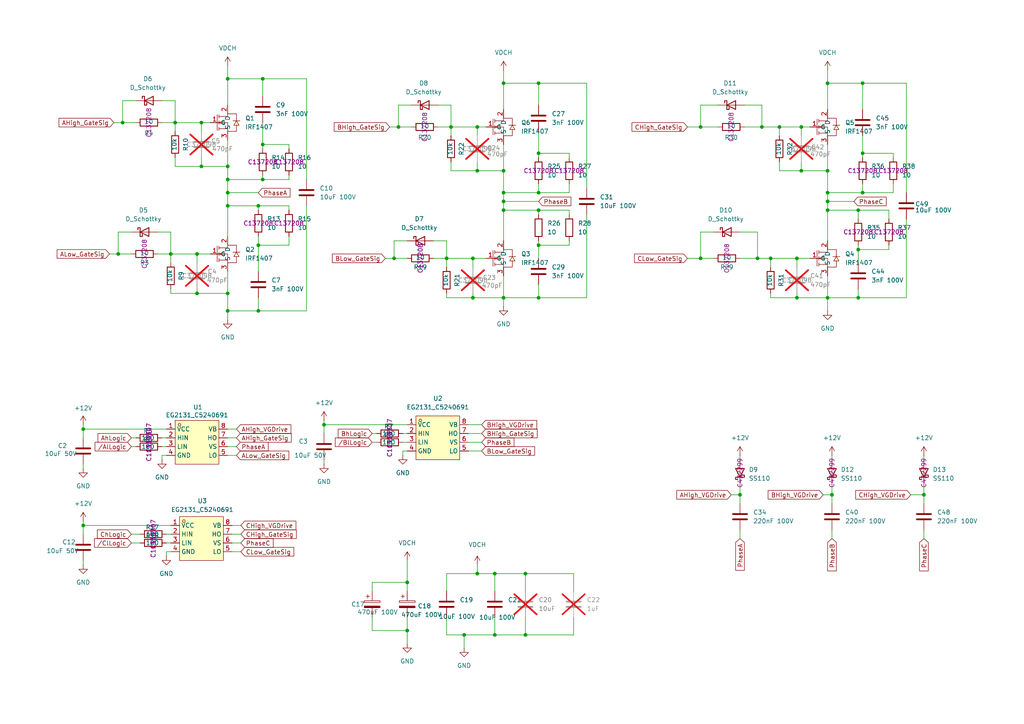
<source format=kicad_sch>
(kicad_sch (version 20250114) (generator "eeschema") (generator_version "9.0")
  (paper "A4")
  (junction (at 118.11 168.91))
  (junction (at 66.04 90.17))
  (junction (at 146.05 49.53))
  (junction (at 74.93 59.69))
  (junction (at 219.71 74.93))
  (junction (at 143.51 184.15))
  (junction (at 232.41 36.83))
  (junction (at 214.63 143.51))
  (junction (at 146.05 58.42))
  (junction (at 24.13 124.46))
  (junction (at 137.16 86.36))
  (junction (at 146.05 86.36))
  (junction (at 203.2 36.83))
  (junction (at 250.19 24.13))
  (junction (at 152.4 166.37))
  (junction (at 248.92 60.96))
  (junction (at 146.05 60.96))
  (junction (at 220.98 36.83))
  (junction (at 146.05 24.13))
  (junction (at 240.03 24.13))
  (junction (at 66.04 59.69))
  (junction (at 34.29 73.66))
  (junction (at 138.43 166.37))
  (junction (at 223.52 74.93))
  (junction (at 240.03 60.96))
  (junction (at 57.15 85.09))
  (junction (at 146.05 55.88))
  (junction (at 156.21 86.36))
  (junction (at 66.04 52.07))
  (junction (at 226.06 36.83))
  (junction (at 231.14 86.36))
  (junction (at 231.14 74.93))
  (junction (at 156.21 24.13))
  (junction (at 250.19 55.88))
  (junction (at 118.11 182.88))
  (junction (at 115.57 36.83))
  (junction (at 240.03 58.42))
  (junction (at 35.56 35.56))
  (junction (at 58.42 48.26))
  (junction (at 129.54 74.93))
  (junction (at 93.98 123.19))
  (junction (at 138.43 49.53))
  (junction (at 250.19 44.45))
  (junction (at 156.21 60.96))
  (junction (at 152.4 184.15))
  (junction (at 66.04 55.88))
  (junction (at 156.21 71.12))
  (junction (at 203.2 74.93))
  (junction (at 76.2 22.86))
  (junction (at 156.21 55.88))
  (junction (at 130.81 36.83))
  (junction (at 57.15 73.66))
  (junction (at 58.42 35.56))
  (junction (at 74.93 71.12))
  (junction (at 49.53 73.66))
  (junction (at 240.03 55.88))
  (junction (at 267.97 143.51))
  (junction (at 232.41 49.53))
  (junction (at 248.92 72.39))
  (junction (at 76.2 41.91))
  (junction (at 156.21 44.45))
  (junction (at 137.16 74.93))
  (junction (at 50.8 35.56))
  (junction (at 248.92 86.36))
  (junction (at 24.13 152.4))
  (junction (at 240.03 49.53))
  (junction (at 114.3 74.93))
  (junction (at 138.43 36.83))
  (junction (at 241.3 143.51))
  (junction (at 134.62 184.15))
  (junction (at 240.03 86.36))
  (junction (at 66.04 22.86))
  (junction (at 143.51 166.37))
  (junction (at 76.2 52.07))
  (junction (at 66.04 48.26))
  (junction (at 66.04 85.09))
  (junction (at 74.93 90.17))
  (wire (pts (xy 118.11 69.85) (xy 114.3 69.85)))
  (wire (pts (xy 45.72 73.66) (xy 49.53 73.66)))
  (wire (pts (xy 130.81 30.48) (xy 130.81 36.83)))
  (wire (pts (xy 116.84 125.73) (xy 118.11 125.73)))
  (wire (pts (xy 232.41 36.83) (xy 234.95 36.83)))
  (wire (pts (xy 116.84 128.27) (xy 118.11 128.27)))
  (wire (pts (xy 125.73 69.85) (xy 129.54 69.85)))
  (wire (pts (xy 24.13 124.46) (xy 48.26 124.46)))
  (wire (pts (xy 88.9 59.69) (xy 88.9 90.17)))
  (wire (pts (xy 114.3 69.85) (xy 114.3 74.93)))
  (wire (pts (xy 137.16 74.93) (xy 137.16 77.47)))
  (wire (pts (xy 214.63 74.93) (xy 219.71 74.93)))
  (wire (pts (xy 165.1 55.88) (xy 156.21 55.88)))
  (wire (pts (xy 39.37 29.21) (xy 35.56 29.21)))
  (wire (pts (xy 66.04 90.17) (xy 66.04 92.71)))
  (wire (pts (xy 46.99 129.54) (xy 48.26 129.54)))
  (wire (pts (xy 83.82 68.58) (xy 83.82 71.12)))
  (wire (pts (xy 50.8 45.72) (xy 50.8 48.26)))
  (wire (pts (xy 212.09 143.51) (xy 214.63 143.51)))
  (wire (pts (xy 74.93 86.36) (xy 74.93 90.17)))
  (wire (pts (xy 46.99 127) (xy 48.26 127)))
  (wire (pts (xy 49.53 73.66) (xy 57.15 73.66)))
  (wire (pts (xy 257.81 60.96) (xy 248.92 60.96)))
  (wire (pts (xy 267.97 140.97) (xy 267.97 143.51)))
  (wire (pts (xy 203.2 67.31) (xy 203.2 74.93)))
  (wire (pts (xy 223.52 85.09) (xy 223.52 86.36)))
  (wire (pts (xy 267.97 143.51) (xy 267.97 146.05)))
  (wire (pts (xy 107.95 125.73) (xy 109.22 125.73)))
  (wire (pts (xy 34.29 67.31) (xy 34.29 73.66)))
  (wire (pts (xy 129.54 74.93) (xy 129.54 77.47)))
  (wire (pts (xy 156.21 86.36) (xy 146.05 86.36)))
  (wire (pts (xy 240.03 58.42) (xy 247.65 58.42)))
  (wire (pts (xy 152.4 171.45) (xy 152.4 166.37)))
  (wire (pts (xy 219.71 74.93) (xy 223.52 74.93)))
  (wire (pts (xy 240.03 24.13) (xy 250.19 24.13)))
  (wire (pts (xy 66.04 40.64) (xy 66.04 48.26)))
  (wire (pts (xy 66.04 19.05) (xy 66.04 22.86)))
  (wire (pts (xy 66.04 55.88) (xy 74.93 55.88)))
  (wire (pts (xy 57.15 73.66) (xy 57.15 76.2)))
  (wire (pts (xy 248.92 83.82) (xy 248.92 86.36)))
  (wire (pts (xy 113.03 36.83) (xy 115.57 36.83)))
  (wire (pts (xy 66.04 132.08) (xy 68.58 132.08)))
  (wire (pts (xy 214.63 132.08) (xy 214.63 133.35)))
  (wire (pts (xy 66.04 22.86) (xy 76.2 22.86)))
  (wire (pts (xy 267.97 153.67) (xy 267.97 156.21)))
  (wire (pts (xy 76.2 52.07) (xy 66.04 52.07)))
  (wire (pts (xy 76.2 50.8) (xy 76.2 52.07)))
  (wire (pts (xy 67.31 152.4) (xy 69.85 152.4)))
  (wire (pts (xy 146.05 55.88) (xy 146.05 58.42)))
  (wire (pts (xy 146.05 24.13) (xy 156.21 24.13)))
  (wire (pts (xy 76.2 43.18) (xy 76.2 41.91)))
  (wire (pts (xy 83.82 50.8) (xy 83.82 52.07)))
  (wire (pts (xy 66.04 48.26) (xy 66.04 52.07)))
  (wire (pts (xy 152.4 166.37) (xy 166.37 166.37)))
  (wire (pts (xy 138.43 36.83) (xy 138.43 39.37)))
  (wire (pts (xy 223.52 74.93) (xy 231.14 74.93)))
  (wire (pts (xy 138.43 46.99) (xy 138.43 49.53)))
  (wire (pts (xy 93.98 121.92) (xy 93.98 123.19)))
  (wire (pts (xy 170.18 24.13) (xy 170.18 54.61)))
  (wire (pts (xy 49.53 83.82) (xy 49.53 85.09)))
  (wire (pts (xy 119.38 30.48) (xy 115.57 30.48)))
  (wire (pts (xy 125.73 74.93) (xy 129.54 74.93)))
  (wire (pts (xy 259.08 55.88) (xy 250.19 55.88)))
  (wire (pts (xy 220.98 30.48) (xy 220.98 36.83)))
  (wire (pts (xy 74.93 90.17) (xy 66.04 90.17)))
  (wire (pts (xy 57.15 85.09) (xy 66.04 85.09)))
  (wire (pts (xy 250.19 24.13) (xy 262.89 24.13)))
  (wire (pts (xy 49.53 67.31) (xy 49.53 73.66)))
  (wire (pts (xy 74.93 60.96) (xy 74.93 59.69)))
  (wire (pts (xy 240.03 55.88) (xy 250.19 55.88)))
  (wire (pts (xy 156.21 82.55) (xy 156.21 86.36)))
  (wire (pts (xy 214.63 67.31) (xy 219.71 67.31)))
  (wire (pts (xy 165.1 60.96) (xy 156.21 60.96)))
  (wire (pts (xy 146.05 58.42) (xy 146.05 60.96)))
  (wire (pts (xy 240.03 60.96) (xy 240.03 69.85)))
  (wire (pts (xy 93.98 123.19) (xy 118.11 123.19)))
  (wire (pts (xy 137.16 86.36) (xy 137.16 85.09)))
  (wire (pts (xy 129.54 69.85) (xy 129.54 74.93)))
  (wire (pts (xy 130.81 46.99) (xy 130.81 49.53)))
  (wire (pts (xy 138.43 36.83) (xy 140.97 36.83)))
  (wire (pts (xy 83.82 52.07) (xy 76.2 52.07)))
  (wire (pts (xy 24.13 123.19) (xy 24.13 124.46)))
  (wire (pts (xy 214.63 153.67) (xy 214.63 156.21)))
  (wire (pts (xy 203.2 74.93) (xy 207.01 74.93)))
  (wire (pts (xy 250.19 55.88) (xy 250.19 53.34)))
  (wire (pts (xy 240.03 41.91) (xy 240.03 49.53)))
  (wire (pts (xy 24.13 152.4) (xy 24.13 154.94)))
  (wire (pts (xy 250.19 24.13) (xy 250.19 31.75)))
  (wire (pts (xy 24.13 152.4) (xy 49.53 152.4)))
  (wire (pts (xy 262.89 63.5) (xy 262.89 86.36)))
  (wire (pts (xy 238.76 143.51) (xy 241.3 143.51)))
  (wire (pts (xy 111.76 74.93) (xy 114.3 74.93)))
  (wire (pts (xy 267.97 133.35) (xy 267.97 132.08)))
  (wire (pts (xy 143.51 179.07) (xy 143.51 184.15)))
  (wire (pts (xy 166.37 171.45) (xy 166.37 166.37)))
  (wire (pts (xy 257.81 72.39) (xy 257.81 71.12)))
  (wire (pts (xy 34.29 73.66) (xy 38.1 73.66)))
  (wire (pts (xy 199.39 74.93) (xy 203.2 74.93)))
  (wire (pts (xy 127 36.83) (xy 130.81 36.83)))
  (wire (pts (xy 58.42 35.56) (xy 60.96 35.56)))
  (wire (pts (xy 146.05 55.88) (xy 156.21 55.88)))
  (wire (pts (xy 203.2 30.48) (xy 203.2 36.83)))
  (wire (pts (xy 166.37 179.07) (xy 166.37 184.15)))
  (wire (pts (xy 49.53 73.66) (xy 49.53 76.2)))
  (wire (pts (xy 130.81 36.83) (xy 138.43 36.83)))
  (wire (pts (xy 138.43 166.37) (xy 143.51 166.37)))
  (wire (pts (xy 66.04 52.07) (xy 66.04 55.88)))
  (wire (pts (xy 135.89 128.27) (xy 139.7 128.27)))
  (wire (pts (xy 66.04 55.88) (xy 66.04 59.69)))
  (wire (pts (xy 241.3 132.08) (xy 241.3 133.35)))
  (wire (pts (xy 223.52 86.36) (xy 231.14 86.36)))
  (wire (pts (xy 88.9 22.86) (xy 88.9 52.07)))
  (wire (pts (xy 215.9 30.48) (xy 220.98 30.48)))
  (wire (pts (xy 66.04 85.09) (xy 66.04 90.17)))
  (wire (pts (xy 107.95 168.91) (xy 107.95 171.45)))
  (wire (pts (xy 83.82 59.69) (xy 74.93 59.69)))
  (wire (pts (xy 66.04 22.86) (xy 66.04 30.48)))
  (wire (pts (xy 130.81 39.37) (xy 130.81 36.83)))
  (wire (pts (xy 146.05 49.53) (xy 146.05 55.88)))
  (wire (pts (xy 248.92 86.36) (xy 262.89 86.36)))
  (wire (pts (xy 226.06 39.37) (xy 226.06 36.83)))
  (wire (pts (xy 24.13 151.13) (xy 24.13 152.4)))
  (wire (pts (xy 38.1 129.54) (xy 39.37 129.54)))
  (wire (pts (xy 219.71 67.31) (xy 219.71 74.93)))
  (wire (pts (xy 67.31 157.48) (xy 69.85 157.48)))
  (wire (pts (xy 50.8 35.56) (xy 58.42 35.56)))
  (wire (pts (xy 165.1 44.45) (xy 156.21 44.45)))
  (wire (pts (xy 129.54 86.36) (xy 137.16 86.36)))
  (wire (pts (xy 74.93 71.12) (xy 74.93 68.58)))
  (wire (pts (xy 38.1 127) (xy 39.37 127)))
  (wire (pts (xy 67.31 160.02) (xy 69.85 160.02)))
  (wire (pts (xy 240.03 20.32) (xy 240.03 24.13)))
  (wire (pts (xy 152.4 179.07) (xy 152.4 184.15)))
  (wire (pts (xy 66.04 78.74) (xy 66.04 85.09)))
  (wire (pts (xy 143.51 166.37) (xy 152.4 166.37)))
  (wire (pts (xy 138.43 49.53) (xy 146.05 49.53)))
  (wire (pts (xy 248.92 60.96) (xy 240.03 60.96)))
  (wire (pts (xy 135.89 130.81) (xy 139.7 130.81)))
  (wire (pts (xy 138.43 163.83) (xy 138.43 166.37)))
  (wire (pts (xy 76.2 35.56) (xy 76.2 41.91)))
  (wire (pts (xy 130.81 49.53) (xy 138.43 49.53)))
  (wire (pts (xy 33.02 35.56) (xy 35.56 35.56)))
  (wire (pts (xy 165.1 44.45) (xy 165.1 45.72)))
  (wire (pts (xy 66.04 129.54) (xy 68.58 129.54)))
  (wire (pts (xy 66.04 124.46) (xy 68.58 124.46)))
  (wire (pts (xy 231.14 74.93) (xy 231.14 77.47)))
  (wire (pts (xy 156.21 38.1) (xy 156.21 44.45)))
  (wire (pts (xy 118.11 182.88) (xy 118.11 186.69)))
  (wire (pts (xy 240.03 24.13) (xy 240.03 31.75)))
  (wire (pts (xy 129.54 179.07) (xy 129.54 184.15)))
  (wire (pts (xy 129.54 74.93) (xy 137.16 74.93)))
  (wire (pts (xy 170.18 62.23) (xy 170.18 86.36)))
  (wire (pts (xy 264.16 143.51) (xy 267.97 143.51)))
  (wire (pts (xy 257.81 72.39) (xy 248.92 72.39)))
  (wire (pts (xy 257.81 60.96) (xy 257.81 63.5)))
  (wire (pts (xy 231.14 86.36) (xy 240.03 86.36)))
  (wire (pts (xy 262.89 24.13) (xy 262.89 55.88)))
  (wire (pts (xy 220.98 36.83) (xy 226.06 36.83)))
  (wire (pts (xy 58.42 48.26) (xy 66.04 48.26)))
  (wire (pts (xy 45.72 67.31) (xy 49.53 67.31)))
  (wire (pts (xy 156.21 24.13) (xy 170.18 24.13)))
  (wire (pts (xy 48.26 154.94) (xy 49.53 154.94)))
  (wire (pts (xy 223.52 74.93) (xy 223.52 77.47)))
  (wire (pts (xy 135.89 125.73) (xy 139.7 125.73)))
  (wire (pts (xy 146.05 58.42) (xy 156.21 58.42)))
  (wire (pts (xy 156.21 62.23) (xy 156.21 60.96)))
  (wire (pts (xy 240.03 86.36) (xy 240.03 90.17)))
  (wire (pts (xy 115.57 36.83) (xy 119.38 36.83)))
  (wire (pts (xy 66.04 59.69) (xy 66.04 68.58)))
  (wire (pts (xy 259.08 53.34) (xy 259.08 55.88)))
  (wire (pts (xy 116.84 130.81) (xy 118.11 130.81)))
  (wire (pts (xy 38.1 154.94) (xy 40.64 154.94)))
  (wire (pts (xy 118.11 168.91) (xy 107.95 168.91)))
  (wire (pts (xy 203.2 67.31) (xy 207.01 67.31)))
  (wire (pts (xy 259.08 44.45) (xy 259.08 45.72)))
  (wire (pts (xy 250.19 39.37) (xy 250.19 44.45)))
  (wire (pts (xy 240.03 58.42) (xy 240.03 60.96)))
  (wire (pts (xy 46.99 29.21) (xy 50.8 29.21)))
  (wire (pts (xy 226.06 49.53) (xy 232.41 49.53)))
  (wire (pts (xy 58.42 35.56) (xy 58.42 38.1)))
  (wire (pts (xy 146.05 60.96) (xy 146.05 69.85)))
  (wire (pts (xy 93.98 133.35) (xy 93.98 134.62)))
  (wire (pts (xy 156.21 55.88) (xy 156.21 53.34)))
  (wire (pts (xy 48.26 160.02) (xy 49.53 160.02)))
  (wire (pts (xy 156.21 74.93) (xy 156.21 71.12)))
  (wire (pts (xy 115.57 30.48) (xy 115.57 36.83)))
  (wire (pts (xy 137.16 74.93) (xy 140.97 74.93)))
  (wire (pts (xy 226.06 46.99) (xy 226.06 49.53)))
  (wire (pts (xy 146.05 20.32) (xy 146.05 24.13)))
  (wire (pts (xy 35.56 35.56) (xy 39.37 35.56)))
  (wire (pts (xy 48.26 157.48) (xy 49.53 157.48)))
  (wire (pts (xy 129.54 171.45) (xy 129.54 166.37)))
  (wire (pts (xy 107.95 182.88) (xy 118.11 182.88)))
  (wire (pts (xy 93.98 123.19) (xy 93.98 125.73)))
  (wire (pts (xy 134.62 187.96) (xy 134.62 184.15)))
  (wire (pts (xy 203.2 36.83) (xy 208.28 36.83)))
  (wire (pts (xy 83.82 59.69) (xy 83.82 60.96)))
  (wire (pts (xy 38.1 157.48) (xy 40.64 157.48)))
  (wire (pts (xy 241.3 153.67) (xy 241.3 156.21)))
  (wire (pts (xy 165.1 71.12) (xy 165.1 69.85)))
  (wire (pts (xy 50.8 35.56) (xy 50.8 38.1)))
  (wire (pts (xy 74.93 59.69) (xy 66.04 59.69)))
  (wire (pts (xy 232.41 46.99) (xy 232.41 49.53)))
  (wire (pts (xy 231.14 86.36) (xy 231.14 85.09)))
  (wire (pts (xy 170.18 86.36) (xy 156.21 86.36)))
  (wire (pts (xy 240.03 55.88) (xy 240.03 58.42)))
  (wire (pts (xy 24.13 162.56) (xy 24.13 163.83)))
  (wire (pts (xy 57.15 85.09) (xy 57.15 83.82)))
  (wire (pts (xy 76.2 22.86) (xy 76.2 27.94)))
  (wire (pts (xy 250.19 45.72) (xy 250.19 44.45)))
  (wire (pts (xy 240.03 86.36) (xy 248.92 86.36)))
  (wire (pts (xy 83.82 41.91) (xy 76.2 41.91)))
  (wire (pts (xy 118.11 168.91) (xy 118.11 171.45)))
  (wire (pts (xy 146.05 80.01) (xy 146.05 86.36)))
  (wire (pts (xy 114.3 74.93) (xy 118.11 74.93)))
  (wire (pts (xy 118.11 162.56) (xy 118.11 168.91)))
  (wire (pts (xy 127 30.48) (xy 130.81 30.48)))
  (wire (pts (xy 146.05 24.13) (xy 146.05 31.75)))
  (wire (pts (xy 143.51 184.15) (xy 152.4 184.15)))
  (wire (pts (xy 156.21 45.72) (xy 156.21 44.45)))
  (wire (pts (xy 241.3 143.51) (xy 241.3 146.05)))
  (wire (pts (xy 129.54 184.15) (xy 134.62 184.15)))
  (wire (pts (xy 48.26 160.02) (xy 48.26 161.29)))
  (wire (pts (xy 240.03 80.01) (xy 240.03 86.36)))
  (wire (pts (xy 49.53 85.09) (xy 57.15 85.09)))
  (wire (pts (xy 107.95 179.07) (xy 107.95 182.88)))
  (wire (pts (xy 107.95 128.27) (xy 109.22 128.27)))
  (wire (pts (xy 152.4 184.15) (xy 166.37 184.15)))
  (wire (pts (xy 74.93 71.12) (xy 74.93 78.74)))
  (wire (pts (xy 129.54 166.37) (xy 138.43 166.37)))
  (wire (pts (xy 248.92 72.39) (xy 248.92 76.2)))
  (wire (pts (xy 46.99 35.56) (xy 50.8 35.56)))
  (wire (pts (xy 232.41 36.83) (xy 232.41 39.37)))
  (wire (pts (xy 116.84 130.81) (xy 116.84 132.08)))
  (wire (pts (xy 232.41 49.53) (xy 240.03 49.53)))
  (wire (pts (xy 165.1 53.34) (xy 165.1 55.88)))
  (wire (pts (xy 240.03 49.53) (xy 240.03 55.88)))
  (wire (pts (xy 38.1 67.31) (xy 34.29 67.31)))
  (wire (pts (xy 214.63 140.97) (xy 214.63 143.51)))
  (wire (pts (xy 214.63 143.51) (xy 214.63 146.05)))
  (wire (pts (xy 248.92 72.39) (xy 248.92 71.12)))
  (wire (pts (xy 76.2 22.86) (xy 88.9 22.86)))
  (wire (pts (xy 199.39 36.83) (xy 203.2 36.83)))
  (wire (pts (xy 58.42 45.72) (xy 58.42 48.26)))
  (wire (pts (xy 165.1 60.96) (xy 165.1 62.23)))
  (wire (pts (xy 134.62 184.15) (xy 143.51 184.15)))
  (wire (pts (xy 146.05 86.36) (xy 146.05 88.9)))
  (wire (pts (xy 83.82 41.91) (xy 83.82 43.18)))
  (wire (pts (xy 241.3 140.97) (xy 241.3 143.51)))
  (wire (pts (xy 156.21 60.96) (xy 146.05 60.96)))
  (wire (pts (xy 46.99 132.08) (xy 46.99 133.35)))
  (wire (pts (xy 31.75 73.66) (xy 34.29 73.66)))
  (wire (pts (xy 226.06 36.83) (xy 232.41 36.83)))
  (wire (pts (xy 88.9 90.17) (xy 74.93 90.17)))
  (wire (pts (xy 118.11 179.07) (xy 118.11 182.88)))
  (wire (pts (xy 83.82 71.12) (xy 74.93 71.12)))
  (wire (pts (xy 24.13 134.62) (xy 24.13 135.89)))
  (wire (pts (xy 50.8 29.21) (xy 50.8 35.56)))
  (wire (pts (xy 24.13 124.46) (xy 24.13 127)))
  (wire (pts (xy 208.28 30.48) (xy 203.2 30.48)))
  (wire (pts (xy 66.04 127) (xy 68.58 127)))
  (wire (pts (xy 231.14 74.93) (xy 234.95 74.93)))
  (wire (pts (xy 143.51 171.45) (xy 143.51 166.37)))
  (wire (pts (xy 259.08 44.45) (xy 250.19 44.45)))
  (wire (pts (xy 156.21 71.12) (xy 156.21 69.85)))
  (wire (pts (xy 146.05 41.91) (xy 146.05 49.53)))
  (wire (pts (xy 248.92 60.96) (xy 248.92 63.5)))
  (wire (pts (xy 156.21 71.12) (xy 165.1 71.12)))
  (wire (pts (xy 129.54 85.09) (xy 129.54 86.36)))
  (wire (pts (xy 215.9 36.83) (xy 220.98 36.83)))
  (wire (pts (xy 137.16 86.36) (xy 146.05 86.36)))
  (wire (pts (xy 156.21 24.13) (xy 156.21 30.48)))
  (wire (pts (xy 50.8 48.26) (xy 58.42 48.26)))
  (wire (pts (xy 135.89 123.19) (xy 139.7 123.19)))
  (wire (pts (xy 57.15 73.66) (xy 60.96 73.66)))
  (wire (pts (xy 46.99 132.08) (xy 48.26 132.08)))
  (wire (pts (xy 67.31 154.94) (xy 69.85 154.94)))
  (wire (pts (xy 35.56 29.21) (xy 35.56 35.56)))
  (global_label "CHigh_VGDrive" (shape input) (at 69.85 152.4 0) (property "Intersheetrefs" "${INTERSHEET_REFS}" (effects (hide yes))))
  (global_label "BHigh_VGDrive" (shape input) (at 238.76 143.51 180) (property "Intersheetrefs" "${INTERSHEET_REFS}" (effects (hide yes))))
  (global_label "{slash}BlLogic" (shape input) (at 107.95 128.27 180) (property "Intersheetrefs" "${INTERSHEET_REFS}" (effects (hide yes))))
  (global_label "BHigh_VGDrive" (shape input) (at 139.7 123.19 0) (property "Intersheetrefs" "${INTERSHEET_REFS}" (effects (hide yes))))
  (global_label "CLow_GateSig" (shape input) (at 199.39 74.93 180) (property "Intersheetrefs" "${INTERSHEET_REFS}" (effects (hide yes))))
  (global_label "CLow_GateSig" (shape input) (at 69.85 160.02 0) (property "Intersheetrefs" "${INTERSHEET_REFS}" (effects (hide yes))))
  (global_label "PhaseB" (shape input) (at 156.21 58.42 0) (property "Intersheetrefs" "${INTERSHEET_REFS}" (effects (hide yes))))
  (global_label "PhaseA" (shape input) (at 68.58 129.54 0) (property "Intersheetrefs" "${INTERSHEET_REFS}" (effects (hide yes))))
  (global_label "PhaseC" (shape input) (at 69.85 157.48 0) (property "Intersheetrefs" "${INTERSHEET_REFS}" (effects (hide yes))))
  (global_label "PhaseC" (shape input) (at 267.97 156.21 270) (property "Intersheetrefs" "${INTERSHEET_REFS}" (effects (hide yes))))
  (global_label "BLow_GateSig" (shape input) (at 139.7 130.81 0) (property "Intersheetrefs" "${INTERSHEET_REFS}" (effects (hide yes))))
  (global_label "{slash}AlLogic" (shape input) (at 38.1 129.54 180) (property "Intersheetrefs" "${INTERSHEET_REFS}" (effects (hide yes))))
  (global_label "CHigh_GateSig" (shape input) (at 199.39 36.83 180) (property "Intersheetrefs" "${INTERSHEET_REFS}" (effects (hide yes))))
  (global_label "{slash}ClLogic" (shape input) (at 38.1 157.48 180) (property "Intersheetrefs" "${INTERSHEET_REFS}" (effects (hide yes))))
  (global_label "AHigh_VGDrive" (shape input) (at 68.58 124.46 0) (property "Intersheetrefs" "${INTERSHEET_REFS}" (effects (hide yes))))
  (global_label "BLow_GateSig" (shape input) (at 111.76 74.93 180) (property "Intersheetrefs" "${INTERSHEET_REFS}" (effects (hide yes))))
  (global_label "CHigh_VGDrive" (shape input) (at 264.16 143.51 180) (property "Intersheetrefs" "${INTERSHEET_REFS}" (effects (hide yes))))
  (global_label "ALow_GateSig" (shape input) (at 31.75 73.66 180) (property "Intersheetrefs" "${INTERSHEET_REFS}" (effects (hide yes))))
  (global_label "PhaseB" (shape input) (at 241.3 156.21 270) (property "Intersheetrefs" "${INTERSHEET_REFS}" (effects (hide yes))))
  (global_label "AHigh_GateSig" (shape input) (at 33.02 35.56 180) (property "Intersheetrefs" "${INTERSHEET_REFS}" (effects (hide yes))))
  (global_label "AHigh_GateSig" (shape input) (at 68.58 127 0) (property "Intersheetrefs" "${INTERSHEET_REFS}" (effects (hide yes))))
  (global_label "BHigh_GateSig" (shape input) (at 113.03 36.83 180) (property "Intersheetrefs" "${INTERSHEET_REFS}" (effects (hide yes))))
  (global_label "AHigh_VGDrive" (shape input) (at 212.09 143.51 180) (property "Intersheetrefs" "${INTERSHEET_REFS}" (effects (hide yes))))
  (global_label "PhaseA" (shape input) (at 74.93 55.88 0) (property "Intersheetrefs" "${INTERSHEET_REFS}" (effects (hide yes))))
  (global_label "PhaseA" (shape input) (at 214.63 156.21 270) (property "Intersheetrefs" "${INTERSHEET_REFS}" (effects (hide yes))))
  (global_label "BhLogic" (shape input) (at 107.95 125.73 180) (property "Intersheetrefs" "${INTERSHEET_REFS}" (effects (hide yes))))
  (global_label "ALow_GateSig" (shape input) (at 68.58 132.08 0) (property "Intersheetrefs" "${INTERSHEET_REFS}" (effects (hide yes))))
  (global_label "AhLogic" (shape input) (at 38.1 127 180) (property "Intersheetrefs" "${INTERSHEET_REFS}" (effects (hide yes))))
  (global_label "PhaseB" (shape input) (at 139.7 128.27 0) (property "Intersheetrefs" "${INTERSHEET_REFS}" (effects (hide yes))))
  (global_label "CHigh_GateSig" (shape input) (at 69.85 154.94 0) (property "Intersheetrefs" "${INTERSHEET_REFS}" (effects (hide yes))))
  (global_label "BHigh_GateSig" (shape input) (at 139.7 125.73 0) (property "Intersheetrefs" "${INTERSHEET_REFS}" (effects (hide yes))))
  (global_label "ChLogic" (shape input) (at 38.1 154.94 180) (property "Intersheetrefs" "${INTERSHEET_REFS}" (effects (hide yes))))
  (global_label "PhaseC" (shape input) (at 247.65 58.42 0) (property "Intersheetrefs" "${INTERSHEET_REFS}" (effects (hide yes))))
  (symbol (lib_id "Device:C") (at 76.2 31.75 0) (unit 1)
    (property "Reference" "C9" (at 80.01 30.4799 0) (effects (justify left)))
    (property "Value" "3nF 100V" (at 80.01 33.0199 0) (effects (justify left)))
    (property "Footprint" "Capacitor_SMD:C_1206_3216Metric" (effects (hide yes)))
    (property "Description" "Unpolarized capacitor" (effects (hide yes)))
    (property "LCSC Part" "C7393993" (effects (hide yes)))
  )
  (symbol (lib_id "Device:R") (at 43.18 129.54 90) (unit 1)
    (property "Reference" "R6" (at 42.926 127.508 90))
    (property "Value" "100" (at 42.926 129.54 90))
    (property "Footprint" "Resistor_SMD:R_1206_3216Metric" (effects (hide yes)))
    (property "Description" "Resistor" (effects (hide yes)))
    (property "LCSC Part" "C113307" (at 43.18 129.54 0))
  )
  (symbol (lib_id "Device:R") (at 165.1 49.53 0) (unit 1)
    (property "Reference" "R27" (at 167.64 48.2599 0) (effects (justify left)))
    (property "Value" "10" (at 167.64 50.7999 0) (effects (justify left)))
    (property "Footprint" "Resistor_SMD:R_1206_3216Metric" (effects (hide yes)))
    (property "Description" "Resistor" (effects (hide yes)))
    (property "LCSC Part" "C137208" (at 165.1 49.53 0))
  )
  (symbol (lib_id "EasyEDA:IRF1407") (at 146.05 36.83 0) (unit 1)
    (property "Reference" "Q6" (at 151.13 35.5599 0) (effects (justify left)))
    (property "Value" "IRF1407" (at 151.13 38.0999 0) (effects (justify left)))
    (property "Footprint" "LibMain:TO-220-3_Horizontal_TabUp" (effects (hide yes)))
    (property "LCSC Part" "C33129604" (effects (hide yes)))
  )
  (symbol (lib_id "power:+12V") (at 267.97 132.08 0) (unit 1)
    (property "Reference" "#PWR045" (effects (hide yes)))
    (property "Value" "+12V" (at 267.97 127 0))
    (property "Description" "Power symbol creates a global label with name \"+12V\"" (effects (hide yes)))
  )
  (symbol (lib_id "Device:R") (at 259.08 49.53 0) (unit 1)
    (property "Reference" "R38" (at 261.62 48.2599 0) (effects (justify left)))
    (property "Value" "10" (at 261.62 50.7999 0) (effects (justify left)))
    (property "Footprint" "Resistor_SMD:R_1206_3216Metric" (effects (hide yes)))
    (property "Description" "Resistor" (effects (hide yes)))
    (property "LCSC Part" "C137208" (at 259.08 49.53 0))
  )
  (symbol (lib_id "Device:C") (at 231.14 81.28 0) (unit 1) (dnp yes)
    (property "Reference" "C41" (at 234.95 80.0099 0) (effects (justify left)))
    (property "Value" "470pF" (at 234.95 82.5499 0) (effects (justify left)))
    (property "Footprint" "Capacitor_SMD:C_1206_3216Metric" (effects (hide yes)))
    (property "Description" "Unpolarized capacitor" (effects (hide yes)))
    (property "LCSC Part" "C377098" (at 231.14 81.28 0))
  )
  (symbol (lib_id "Device:R") (at 83.82 64.77 0) (unit 1)
    (property "Reference" "R15" (at 86.36 63.4999 0) (effects (justify left)))
    (property "Value" "10" (at 86.36 66.0399 0) (effects (justify left)))
    (property "Footprint" "Resistor_SMD:R_1206_3216Metric" (effects (hide yes)))
    (property "Description" "Resistor" (effects (hide yes)))
    (property "LCSC Part" "C137208" (at 83.82 64.77 0))
  )
  (symbol (lib_id "EasyEDA:IRF1407") (at 240.03 74.93 0) (unit 1)
    (property "Reference" "Q4" (at 245.11 73.6599 0) (effects (justify left)))
    (property "Value" "IRF1407" (at 245.11 76.1999 0) (effects (justify left)))
    (property "Footprint" "LibMain:TO-220-3_Horizontal_TabUp" (effects (hide yes)))
    (property "LCSC Part" "C33129604" (effects (hide yes)))
  )
  (symbol (lib_id "Device:R") (at 49.53 80.01 180) (unit 1)
    (property "Reference" "R9" (at 52.578 80.01 90))
    (property "Value" "10k" (at 49.276 80.01 90))
    (property "Footprint" "Resistor_SMD:R_1206_3216Metric" (effects (hide yes)))
    (property "Description" "Resistor" (effects (hide yes)))
    (property "LCSC Part" "C17902" (effects (hide yes)))
  )
  (symbol (lib_id "Device:C") (at 88.9 55.88 0) (unit 1)
    (property "Reference" "C10" (at 92.71 54.6099 0) (effects (justify left)))
    (property "Value" "10uF 100V" (at 92.71 57.1499 0) (effects (justify left)))
    (property "Footprint" "Capacitor_SMD:C_1210_3225Metric" (effects (hide yes)))
    (property "Description" "Unpolarized capacitor" (effects (hide yes)))
    (property "LCSC Part" "C5156756" (effects (hide yes)))
  )
  (symbol (lib_id "Device:D_Schottky") (at 123.19 30.48 0) (unit 1)
    (property "Reference" "D8" (at 122.8725 24.13 0))
    (property "Value" "D_Schottky" (at 122.8725 26.67 0))
    (property "Footprint" "Diode_SMD:D_SOD-123" (effects (hide yes)))
    (property "Description" "Schottky diode" (effects (hide yes)))
    (property "LCSC Part" "C181204" (effects (hide yes)))
  )
  (symbol (lib_id "Device:C") (at 156.21 34.29 0) (unit 1)
    (property "Reference" "C27" (at 160.02 33.0199 0) (effects (justify left)))
    (property "Value" "3nF 100V" (at 160.02 35.5599 0) (effects (justify left)))
    (property "Footprint" "Capacitor_SMD:C_1206_3216Metric" (effects (hide yes)))
    (property "Description" "Unpolarized capacitor" (effects (hide yes)))
    (property "LCSC Part" "C7393993" (effects (hide yes)))
  )
  (symbol (lib_id "power:+12V") (at 241.3 132.08 0) (unit 1)
    (property "Reference" "#PWR042" (effects (hide yes)))
    (property "Value" "+12V" (at 241.3 127 0))
    (property "Description" "Power symbol creates a global label with name \"+12V\"" (effects (hide yes)))
  )
  (symbol (lib_id "power:+12V") (at 93.98 121.92 0) (unit 1)
    (property "Reference" "#PWR024" (effects (hide yes)))
    (property "Value" "+12V" (at 93.98 116.84 0))
    (property "Description" "Power symbol creates a global label with name \"+12V\"" (effects (hide yes)))
  )
  (symbol (lib_id "EasyEDA:IRF1407") (at 240.03 36.83 0) (unit 1)
    (property "Reference" "Q5" (at 245.11 35.5599 0) (effects (justify left)))
    (property "Value" "IRF1407" (at 245.11 38.0999 0) (effects (justify left)))
    (property "Footprint" "LibMain:TO-220-3_Horizontal_TabUp" (effects (hide yes)))
    (property "LCSC Part" "C33129604" (effects (hide yes)))
  )
  (symbol (lib_id "power:+12V") (at 24.13 123.19 0) (unit 1)
    (property "Reference" "#PWR022" (effects (hide yes)))
    (property "Value" "+12V" (at 24.13 118.364 0))
    (property "Description" "Power symbol creates a global label with name \"+12V\"" (effects (hide yes)))
  )
  (symbol (lib_id "Device:C") (at 143.51 175.26 0) (unit 1)
    (property "Reference" "C21" (at 147.32 173.9899 0) (effects (justify left)))
    (property "Value" "10uF 100V" (at 138.938 179.07 0) (effects (justify left)))
    (property "Footprint" "Capacitor_SMD:C_1210_3225Metric" (effects (hide yes)))
    (property "Description" "Unpolarized capacitor" (effects (hide yes)))
    (property "LCSC Part" "C5156756" (effects (hide yes)))
  )
  (symbol (lib_id "power:VAA") (at 240.03 20.32 0) (unit 1)
    (property "Reference" "#PWR043" (effects (hide yes)))
    (property "Value" "VDCH" (at 240.03 15.24 0))
    (property "Description" "Power symbol creates a global label with name \"VAA\"" (effects (hide yes)))
  )
  (symbol (lib_id "Device:R") (at 223.52 81.28 180) (unit 1)
    (property "Reference" "R31" (at 226.568 81.28 90))
    (property "Value" "10k" (at 223.266 81.28 90))
    (property "Footprint" "Resistor_SMD:R_1206_3216Metric" (effects (hide yes)))
    (property "Description" "Resistor" (effects (hide yes)))
    (property "LCSC Part" "C17902" (effects (hide yes)))
  )
  (symbol (lib_id "Device:C") (at 166.37 175.26 0) (unit 1) (in_bom no) (dnp yes)
    (property "Reference" "C22" (at 170.18 173.9899 0) (effects (justify left)))
    (property "Value" "1uF" (at 170.18 176.5299 0) (effects (justify left)))
    (property "Footprint" "Capacitor_THT:C_Rect_L18.0mm_W7.0mm_P15.00mm_FKS3_FKP3" (effects (hide yes)))
    (property "Description" "Unpolarized capacitor" (effects (hide yes)))
  )
  (symbol (lib_id "EasyEDA:IRF1407") (at 66.04 35.56 0) (unit 1)
    (property "Reference" "Q1" (at 71.12 34.2899 0) (effects (justify left)))
    (property "Value" "IRF1407" (at 71.12 36.8299 0) (effects (justify left)))
    (property "Footprint" "LibMain:TO-220-3_Horizontal_TabUp" (effects (hide yes)))
    (property "LCSC Part" "C33129604" (effects (hide yes)))
  )
  (symbol (lib_id "Device:C_Polarized") (at 107.95 175.26 0) (unit 1) (in_bom no)
    (property "Reference" "C17" (at 101.854 175.26 0) (effects (justify left)))
    (property "Value" "470uF 100V" (at 103.632 177.546 0) (effects (justify left)))
    (property "Footprint" "Capacitor_THT:CP_Radial_D16.0mm_P7.50mm" (effects (hide yes)))
    (property "Description" "Polarized capacitor" (effects (hide yes)))
  )
  (symbol (lib_id "Device:R") (at 156.21 49.53 0) (unit 1)
    (property "Reference" "R25" (at 158.75 48.2599 0) (effects (justify left)))
    (property "Value" "10" (at 158.75 50.7999 0) (effects (justify left)))
    (property "Footprint" "Resistor_SMD:R_1206_3216Metric" (effects (hide yes)))
    (property "Description" "Resistor" (effects (hide yes)))
    (property "LCSC Part" "C137208" (at 156.21 49.53 0))
  )
  (symbol (lib_id "Device:C") (at 24.13 158.75 0) (unit 1)
    (property "Reference" "C12" (at 18.034 157.226 0) (effects (justify left)))
    (property "Value" "10uF 50V" (at 13.462 159.766 0) (effects (justify left)))
    (property "Footprint" "Capacitor_SMD:C_1206_3216Metric" (effects (hide yes)))
    (property "Description" "Unpolarized capacitor" (effects (hide yes)))
    (property "LCSC Part" "C7432781" (effects (hide yes)))
  )
  (symbol (lib_id "Device:C") (at 24.13 130.81 0) (unit 1)
    (property "Reference" "C2" (at 16.764 129.286 0) (effects (justify left)))
    (property "Value" "10uF 50V" (at 12.954 131.572 0) (effects (justify left)))
    (property "Footprint" "Capacitor_SMD:C_1206_3216Metric" (effects (hide yes)))
    (property "Description" "Unpolarized capacitor" (effects (hide yes)))
    (property "LCSC Part" "C7432781" (effects (hide yes)))
  )
  (symbol (lib_id "power:GND") (at 146.05 88.9 0) (unit 1)
    (property "Reference" "#PWR039" (effects (hide yes)))
    (property "Value" "GND" (at 146.05 93.98 0))
    (property "Description" "Power symbol creates a global label with name \"GND\" , ground" (effects (hide yes)))
  )
  (symbol (lib_id "Device:C") (at 129.54 175.26 0) (unit 1)
    (property "Reference" "C19" (at 133.35 173.9899 0) (effects (justify left)))
    (property "Value" "10uF 100V" (at 127.254 178.816 0) (effects (justify left)))
    (property "Footprint" "Capacitor_SMD:C_1210_3225Metric" (effects (hide yes)))
    (property "Description" "Unpolarized capacitor" (effects (hide yes)))
    (property "LCSC Part" "C5156756" (effects (hide yes)))
  )
  (symbol (lib_id "power:GND") (at 24.13 135.89 0) (unit 1)
    (property "Reference" "#PWR023" (effects (hide yes)))
    (property "Value" "GND" (at 24.13 140.97 0))
    (property "Description" "Power symbol creates a global label with name \"GND\" , ground" (effects (hide yes)))
  )
  (symbol (lib_id "Device:C") (at 232.41 43.18 0) (unit 1) (dnp yes)
    (property "Reference" "C42" (at 235.204 42.672 0) (effects (justify left)))
    (property "Value" "470pF" (at 234.95 44.704 0) (effects (justify left)))
    (property "Footprint" "Capacitor_SMD:C_1206_3216Metric" (effects (hide yes)))
    (property "Description" "Unpolarized capacitor" (effects (hide yes)))
    (property "LCSC Part" "C377098" (at 232.41 43.18 0))
  )
  (symbol (lib_id "Device:C") (at 138.43 43.18 0) (unit 1) (dnp yes)
    (property "Reference" "C24" (at 141.224 42.926 0) (effects (justify left)))
    (property "Value" "470pF" (at 141.224 44.704 0) (effects (justify left)))
    (property "Footprint" "Capacitor_SMD:C_1206_3216Metric" (effects (hide yes)))
    (property "Description" "Unpolarized capacitor" (effects (hide yes)))
    (property "LCSC Part" "C377098" (at 138.43 43.18 0))
  )
  (symbol (lib_id "power:VAA") (at 66.04 19.05 0) (unit 1)
    (property "Reference" "#PWR028" (effects (hide yes)))
    (property "Value" "VDCH" (at 66.04 13.97 0))
    (property "Description" "Power symbol creates a global label with name \"VAA\"" (effects (hide yes)))
  )
  (symbol (lib_id "power:GND") (at 134.62 187.96 0) (unit 1)
    (property "Reference" "#PWR036" (effects (hide yes)))
    (property "Value" "GND" (at 134.62 193.04 0))
    (property "Description" "Power symbol creates a global label with name \"GND\" , ground" (effects (hide yes)))
  )
  (symbol (lib_id "Device:R") (at 212.09 36.83 90) (unit 1)
    (property "Reference" "R30" (at 212.09 39.878 90))
    (property "Value" "10" (at 212.09 36.576 90))
    (property "Footprint" "Resistor_SMD:R_1206_3216Metric" (effects (hide yes)))
    (property "Description" "Resistor" (effects (hide yes)))
    (property "LCSC Part" "C137208" (at 212.09 36.83 0))
  )
  (symbol (lib_id "Device:R") (at 226.06 43.18 180) (unit 1)
    (property "Reference" "R32" (at 229.108 43.18 90))
    (property "Value" "10k" (at 225.806 43.18 90))
    (property "Footprint" "Resistor_SMD:R_1206_3216Metric" (effects (hide yes)))
    (property "Description" "Resistor" (effects (hide yes)))
    (property "LCSC Part" "C17902" (effects (hide yes)))
  )
  (symbol (lib_id "EasyEDA:EG2131_C5240691") (at 127 127 0) (unit 1)
    (property "Reference" "U2" (at 127 115.57 0))
    (property "Value" "EG2131_C5240691" (at 127 118.11 0))
    (property "Footprint" "EasyEDA:SOP-8_L4.9-W3.9-P1.27-LS6.0-BL" (effects (hide yes)))
    (property "LCSC Part" "C5240691" (effects (hide yes)))
  )
  (symbol (lib_id "Device:C") (at 152.4 175.26 0) (unit 1) (in_bom no) (dnp yes)
    (property "Reference" "C20" (at 156.21 173.9899 0) (effects (justify left)))
    (property "Value" "10uF" (at 156.21 176.5299 0) (effects (justify left)))
    (property "Footprint" "Capacitor_THT:C_Rect_L18.0mm_W7.0mm_P15.00mm_FKS3_FKP3" (effects (hide yes)))
    (property "Description" "Unpolarized capacitor" (effects (hide yes)))
  )
  (symbol (lib_id "Device:D_Schottky") (at 43.18 29.21 0) (unit 1)
    (property "Reference" "D6" (at 42.8625 22.86 0))
    (property "Value" "D_Schottky" (at 42.8625 25.4 0))
    (property "Footprint" "Diode_SMD:D_SOD-123" (effects (hide yes)))
    (property "Description" "Schottky diode" (effects (hide yes)))
    (property "LCSC Part" "C181204" (effects (hide yes)))
  )
  (symbol (lib_id "Device:D_Schottky") (at 241.3 137.16 90) (unit 1)
    (property "Reference" "D12" (at 243.84 136.2074 90) (effects (justify right)))
    (property "Value" "SS110" (at 243.84 138.7474 90) (effects (justify right)))
    (property "Footprint" "Diode_SMD:D_SMA" (effects (hide yes)))
    (property "Description" "Schottky diode" (effects (hide yes)))
    (property "LCSC Part" "C432299" (at 241.3 137.16 0))
  )
  (symbol (lib_id "Device:R") (at 156.21 66.04 0) (unit 1)
    (property "Reference" "R26" (at 158.75 64.7699 0) (effects (justify left)))
    (property "Value" "10" (at 158.75 67.3099 0) (effects (justify left)))
    (property "Footprint" "Resistor_SMD:R_1206_3216Metric" (effects (hide yes)))
    (property "Description" "Resistor" (effects (hide yes)))
    (property "LCSC Part" "C137208" (effects (hide yes)))
  )
  (symbol (lib_id "power:GND") (at 118.11 186.69 0) (unit 1)
    (property "Reference" "#PWR035" (effects (hide yes)))
    (property "Value" "GND" (at 118.11 191.77 0))
    (property "Description" "Power symbol creates a global label with name \"GND\" , ground" (effects (hide yes)))
  )
  (symbol (lib_id "Device:C") (at 250.19 35.56 0) (unit 1)
    (property "Reference" "C45" (at 254 34.2899 0) (effects (justify left)))
    (property "Value" "3nF 100V" (at 254 36.8299 0) (effects (justify left)))
    (property "Footprint" "Capacitor_SMD:C_1206_3216Metric" (effects (hide yes)))
    (property "Description" "Unpolarized capacitor" (effects (hide yes)))
    (property "LCSC Part" "C7393993" (effects (hide yes)))
  )
  (symbol (lib_id "power:VAA") (at 118.11 162.56 0) (unit 1)
    (property "Reference" "#PWR034" (effects (hide yes)))
    (property "Value" "VDCH" (at 118.11 157.48 0))
    (property "Description" "Power symbol creates a global label with name \"VAA\"" (effects (hide yes)))
  )
  (symbol (lib_id "power:GND") (at 93.98 134.62 0) (unit 1)
    (property "Reference" "#PWR025" (effects (hide yes)))
    (property "Value" "GND" (at 93.98 139.7 0))
    (property "Description" "Power symbol creates a global label with name \"GND\" , ground" (effects (hide yes)))
  )
  (symbol (lib_id "power:+12V") (at 214.63 132.08 0) (unit 1)
    (property "Reference" "#PWR040" (effects (hide yes)))
    (property "Value" "+12V" (at 214.63 127 0))
    (property "Description" "Power symbol creates a global label with name \"+12V\"" (effects (hide yes)))
  )
  (symbol (lib_id "power:GND") (at 46.99 133.35 0) (unit 1)
    (property "Reference" "#PWR026" (effects (hide yes)))
    (property "Value" "GND" (at 46.99 138.43 0))
    (property "Description" "Power symbol creates a global label with name \"GND\" , ground" (effects (hide yes)))
  )
  (symbol (lib_id "power:GND") (at 24.13 163.83 0) (unit 1)
    (property "Reference" "#PWR031" (effects (hide yes)))
    (property "Value" "GND" (at 24.13 168.91 0))
    (property "Description" "Power symbol creates a global label with name \"GND\" , ground" (effects (hide yes)))
  )
  (symbol (lib_id "EasyEDA:IRF1407") (at 66.04 73.66 0) (unit 1)
    (property "Reference" "Q2" (at 71.12 72.3899 0) (effects (justify left)))
    (property "Value" "IRF1407" (at 71.12 74.9299 0) (effects (justify left)))
    (property "Footprint" "LibMain:TO-220-3_Horizontal_TabUp" (effects (hide yes)))
    (property "LCSC Part" "C33129604" (effects (hide yes)))
  )
  (symbol (lib_id "Device:R") (at 250.19 49.53 0) (unit 1)
    (property "Reference" "R36" (at 252.73 48.2599 0) (effects (justify left)))
    (property "Value" "10" (at 252.73 50.7999 0) (effects (justify left)))
    (property "Footprint" "Resistor_SMD:R_1206_3216Metric" (effects (hide yes)))
    (property "Description" "Resistor" (effects (hide yes)))
    (property "LCSC Part" "C137208" (at 250.19 49.53 0))
  )
  (symbol (lib_id "Device:D_Schottky") (at 267.97 137.16 90) (unit 1)
    (property "Reference" "D13" (at 270.51 136.2074 90) (effects (justify right)))
    (property "Value" "SS110" (at 270.51 138.7474 90) (effects (justify right)))
    (property "Footprint" "Diode_SMD:D_SMA" (effects (hide yes)))
    (property "Description" "Schottky diode" (effects (hide yes)))
    (property "LCSC Part" "C432299" (at 267.97 137.16 0))
  )
  (symbol (lib_id "Device:D_Schottky") (at 210.82 67.31 0) (unit 1)
    (property "Reference" "D10" (at 210.5025 60.96 0))
    (property "Value" "D_Schottky" (at 210.5025 63.5 0))
    (property "Footprint" "Diode_SMD:D_SOD-123" (effects (hide yes)))
    (property "Description" "Schottky diode" (effects (hide yes)))
    (property "LCSC Part" "C181204" (effects (hide yes)))
  )
  (symbol (lib_id "Device:R") (at 41.91 73.66 90) (unit 1)
    (property "Reference" "R3" (at 41.91 76.2 90))
    (property "Value" "10" (at 41.91 73.406 90))
    (property "Footprint" "Resistor_SMD:R_1206_3216Metric" (effects (hide yes)))
    (property "Description" "Resistor" (effects (hide yes)))
    (property "LCSC Part" "C137208" (at 41.91 73.66 0))
  )
  (symbol (lib_id "Device:C") (at 267.97 149.86 0) (unit 1)
    (property "Reference" "C48" (at 271.78 148.5899 0) (effects (justify left)))
    (property "Value" "220nF 100V" (at 271.78 151.1299 0) (effects (justify left)))
    (property "Footprint" "Capacitor_SMD:C_1206_3216Metric" (effects (hide yes)))
    (property "Description" "Unpolarized capacitor" (effects (hide yes)))
    (property "LCSC Part" "C377088" (effects (hide yes)))
  )
  (symbol (lib_id "Device:C") (at 156.21 78.74 0) (unit 1)
    (property "Reference" "C29" (at 160.02 77.4699 0) (effects (justify left)))
    (property "Value" "3nF 100V" (at 160.02 80.0099 0) (effects (justify left)))
    (property "Footprint" "Capacitor_SMD:C_1206_3216Metric" (effects (hide yes)))
    (property "Description" "Unpolarized capacitor" (effects (hide yes)))
    (property "LCSC Part" "C7393993" (effects (hide yes)))
  )
  (symbol (lib_id "Device:R") (at 43.18 35.56 90) (unit 1)
    (property "Reference" "R4" (at 43.18 38.608 90))
    (property "Value" "10" (at 43.18 35.306 90))
    (property "Footprint" "Resistor_SMD:R_1206_3216Metric" (effects (hide yes)))
    (property "Description" "Resistor" (effects (hide yes)))
    (property "LCSC Part" "C137208" (at 43.18 35.56 0))
  )
  (symbol (lib_id "power:GND") (at 48.26 161.29 0) (unit 1)
    (property "Reference" "#PWR033" (effects (hide yes)))
    (property "Value" "GND" (at 48.26 166.37 0))
    (property "Description" "Power symbol creates a global label with name \"GND\" , ground" (effects (hide yes)))
  )
  (symbol (lib_id "Device:R") (at 50.8 41.91 180) (unit 1)
    (property "Reference" "R10" (at 53.848 41.91 90))
    (property "Value" "10k" (at 50.546 41.91 90))
    (property "Footprint" "Resistor_SMD:R_1206_3216Metric" (effects (hide yes)))
    (property "Description" "Resistor" (effects (hide yes)))
    (property "LCSC Part" "C17902" (effects (hide yes)))
  )
  (symbol (lib_id "Device:R") (at 76.2 46.99 0) (unit 1)
    (property "Reference" "R14" (at 78.74 45.7199 0) (effects (justify left)))
    (property "Value" "10" (at 78.74 48.2599 0) (effects (justify left)))
    (property "Footprint" "Resistor_SMD:R_1206_3216Metric" (effects (hide yes)))
    (property "Description" "Resistor" (effects (hide yes)))
    (property "LCSC Part" "C137208" (at 76.2 46.99 0))
  )
  (symbol (lib_id "EasyEDA:EG2131_C5240691") (at 57.15 128.27 0) (unit 1)
    (property "Reference" "U1" (at 57.404 118.11 0))
    (property "Value" "EG2131_C5240691" (at 57.15 120.396 0))
    (property "Footprint" "EasyEDA:SOP-8_L4.9-W3.9-P1.27-LS6.0-BL" (effects (hide yes)))
    (property "LCSC Part" "C5240691" (effects (hide yes)))
  )
  (symbol (lib_id "power:VAA") (at 138.43 163.83 0) (unit 1)
    (property "Reference" "#PWR037" (effects (hide yes)))
    (property "Value" "VDCH" (at 138.43 157.988 0))
    (property "Description" "Power symbol creates a global label with name \"VAA\"" (effects (hide yes)))
  )
  (symbol (lib_id "Device:R") (at 129.54 81.28 180) (unit 1)
    (property "Reference" "R21" (at 132.588 81.28 90))
    (property "Value" "10k" (at 129.286 81.28 90))
    (property "Footprint" "Resistor_SMD:R_1206_3216Metric" (effects (hide yes)))
    (property "Description" "Resistor" (effects (hide yes)))
    (property "LCSC Part" "C17902" (effects (hide yes)))
  )
  (symbol (lib_id "Device:C") (at 170.18 58.42 0) (unit 1)
    (property "Reference" "C31" (at 173.99 57.1499 0) (effects (justify left)))
    (property "Value" "10uF 100V" (at 173.99 59.6899 0) (effects (justify left)))
    (property "Footprint" "Capacitor_SMD:C_1210_3225Metric" (effects (hide yes)))
    (property "Description" "Unpolarized capacitor" (effects (hide yes)))
    (property "LCSC Part" "C5156756" (effects (hide yes)))
  )
  (symbol (lib_id "power:GND") (at 66.04 92.71 0) (unit 1)
    (property "Reference" "#PWR029" (effects (hide yes)))
    (property "Value" "GND" (at 66.04 97.79 0))
    (property "Description" "Power symbol creates a global label with name \"GND\" , ground" (effects (hide yes)))
  )
  (symbol (lib_id "Device:R") (at 74.93 64.77 0) (unit 1)
    (property "Reference" "R13" (at 77.47 63.4999 0) (effects (justify left)))
    (property "Value" "10" (at 77.47 66.0399 0) (effects (justify left)))
    (property "Footprint" "Resistor_SMD:R_1206_3216Metric" (effects (hide yes)))
    (property "Description" "Resistor" (effects (hide yes)))
    (property "LCSC Part" "C137208" (at 74.93 64.77 0))
  )
  (symbol (lib_id "Device:R") (at 257.81 67.31 0) (unit 1)
    (property "Reference" "R37" (at 260.35 66.0399 0) (effects (justify left)))
    (property "Value" "10" (at 260.35 68.5799 0) (effects (justify left)))
    (property "Footprint" "Resistor_SMD:R_1206_3216Metric" (effects (hide yes)))
    (property "Description" "Resistor" (effects (hide yes)))
    (property "LCSC Part" "C137208" (at 257.81 67.31 0))
  )
  (symbol (lib_id "Device:C") (at 137.16 81.28 0) (unit 1) (dnp yes)
    (property "Reference" "C23" (at 139.954 80.518 0) (effects (justify left)))
    (property "Value" "470pF" (at 139.7 82.804 0) (effects (justify left)))
    (property "Footprint" "Capacitor_SMD:C_1206_3216Metric" (effects (hide yes)))
    (property "Description" "Unpolarized capacitor" (effects (hide yes)))
    (property "LCSC Part" "C377098" (at 137.16 81.28 0))
  )
  (symbol (lib_id "Device:C") (at 74.93 82.55 0) (unit 1)
    (property "Reference" "C7" (at 78.74 81.2799 0) (effects (justify left)))
    (property "Value" "3nF 100V" (at 78.74 83.8199 0) (effects (justify left)))
    (property "Footprint" "Capacitor_SMD:C_1206_3216Metric" (effects (hide yes)))
    (property "Description" "Unpolarized capacitor" (effects (hide yes)))
    (property "LCSC Part" "C7393993" (effects (hide yes)))
  )
  (symbol (lib_id "Device:R") (at 113.03 125.73 90) (unit 1)
    (property "Reference" "R7" (at 112.776 123.698 90))
    (property "Value" "100" (at 112.776 125.73 90))
    (property "Footprint" "Resistor_SMD:R_1206_3216Metric" (effects (hide yes)))
    (property "Description" "Resistor" (effects (hide yes)))
    (property "LCSC Part" "C113307" (at 113.03 125.73 0))
  )
  (symbol (lib_id "EasyEDA:EG2131_C5240691") (at 58.42 156.21 0) (unit 1)
    (property "Reference" "U3" (at 58.674 145.288 0))
    (property "Value" "EG2131_C5240691" (at 58.674 147.828 0))
    (property "Footprint" "EasyEDA:SOP-8_L4.9-W3.9-P1.27-LS6.0-BL" (effects (hide yes)))
    (property "LCSC Part" "C5240691" (effects (hide yes)))
  )
  (symbol (lib_id "Device:C") (at 241.3 149.86 0) (unit 1)
    (property "Reference" "C40" (at 245.11 148.5899 0) (effects (justify left)))
    (property "Value" "220nF 100V" (at 245.11 151.1299 0) (effects (justify left)))
    (property "Footprint" "Capacitor_SMD:C_1206_3216Metric" (effects (hide yes)))
    (property "Description" "Unpolarized capacitor" (effects (hide yes)))
    (property "LCSC Part" "C377088" (effects (hide yes)))
  )
  (symbol (lib_id "Device:D_Schottky") (at 121.92 69.85 0) (unit 1)
    (property "Reference" "D7" (at 121.6025 63.5 0))
    (property "Value" "D_Schottky" (at 121.6025 66.04 0))
    (property "Footprint" "Diode_SMD:D_SOD-123" (effects (hide yes)))
    (property "Description" "Schottky diode" (effects (hide yes)))
    (property "LCSC Part" "C181204" (effects (hide yes)))
  )
  (symbol (lib_id "Device:R") (at 248.92 67.31 0) (unit 1)
    (property "Reference" "R35" (at 251.46 66.0399 0) (effects (justify left)))
    (property "Value" "10" (at 251.46 68.5799 0) (effects (justify left)))
    (property "Footprint" "Resistor_SMD:R_1206_3216Metric" (effects (hide yes)))
    (property "Description" "Resistor" (effects (hide yes)))
    (property "LCSC Part" "C137208" (at 248.92 67.31 0))
  )
  (symbol (lib_id "Device:C") (at 58.42 41.91 0) (unit 1) (dnp yes)
    (property "Reference" "C5" (at 61.214 40.894 0) (effects (justify left)))
    (property "Value" "470pF" (at 61.468 43.18 0) (effects (justify left)))
    (property "Footprint" "Capacitor_SMD:C_1206_3216Metric" (effects (hide yes)))
    (property "Description" "Unpolarized capacitor" (effects (hide yes)))
    (property "LCSC Part" "C377098" (at 58.42 41.91 0))
  )
  (symbol (lib_id "Device:C") (at 248.92 80.01 0) (unit 1)
    (property "Reference" "C44" (at 252.73 78.7399 0) (effects (justify left)))
    (property "Value" "3nF 100V" (at 252.73 81.2799 0) (effects (justify left)))
    (property "Footprint" "Capacitor_SMD:C_1206_3216Metric" (effects (hide yes)))
    (property "Description" "Unpolarized capacitor" (effects (hide yes)))
    (property "LCSC Part" "C7393993" (effects (hide yes)))
  )
  (symbol (lib_id "Device:R") (at 165.1 66.04 0) (unit 1)
    (property "Reference" "R28" (at 167.64 64.7699 0) (effects (justify left)))
    (property "Value" "10" (at 167.64 67.3099 0) (effects (justify left)))
    (property "Footprint" "Resistor_SMD:R_1206_3216Metric" (effects (hide yes)))
    (property "Description" "Resistor" (effects (hide yes)))
    (property "LCSC Part" "C137208" (effects (hide yes)))
  )
  (symbol (lib_id "power:GND") (at 240.03 90.17 0) (unit 1)
    (property "Reference" "#PWR044" (effects (hide yes)))
    (property "Value" "GND" (at 240.03 95.25 0))
    (property "Description" "Power symbol creates a global label with name \"GND\" , ground" (effects (hide yes)))
  )
  (symbol (lib_id "Device:D_Schottky") (at 214.63 137.16 90) (unit 1)
    (property "Reference" "D9" (at 217.17 136.2074 90) (effects (justify right)))
    (property "Value" "SS110" (at 217.17 138.7474 90) (effects (justify right)))
    (property "Footprint" "Diode_SMD:D_SMA" (effects (hide yes)))
    (property "Description" "Schottky diode" (effects (hide yes)))
    (property "LCSC Part" "C432299" (at 214.63 137.16 0))
  )
  (symbol (lib_id "Device:R") (at 123.19 36.83 90) (unit 1)
    (property "Reference" "R20" (at 123.19 39.878 90))
    (property "Value" "10" (at 123.19 36.576 90))
    (property "Footprint" "Resistor_SMD:R_1206_3216Metric" (effects (hide yes)))
    (property "Description" "Resistor" (effects (hide yes)))
    (property "LCSC Part" "C137208" (at 123.19 36.83 0))
  )
  (symbol (lib_id "Device:C") (at 262.89 59.69 0) (unit 1)
    (property "Reference" "C49" (at 265.43 59.182 0) (effects (justify left)))
    (property "Value" "10uF 100V" (at 265.43 60.9599 0) (effects (justify left)))
    (property "Footprint" "Capacitor_SMD:C_1210_3225Metric" (effects (hide yes)))
    (property "Description" "Unpolarized capacitor" (effects (hide yes)))
    (property "LCSC Part" "C5156756" (effects (hide yes)))
  )
  (symbol (lib_id "Device:C_Polarized") (at 118.11 175.26 0) (unit 1) (in_bom no)
    (property "Reference" "C18" (at 121.158 175.768 0) (effects (justify left)))
    (property "Value" "470uF 100V" (at 116.332 178.308 0) (effects (justify left)))
    (property "Footprint" "Capacitor_THT:CP_Radial_D16.0mm_P7.50mm" (effects (hide yes)))
    (property "Description" "Polarized capacitor" (effects (hide yes)))
  )
  (symbol (lib_id "Device:R") (at 44.45 154.94 90) (unit 1)
    (property "Reference" "R17" (at 44.196 152.908 90))
    (property "Value" "100" (at 44.196 154.94 90))
    (property "Footprint" "Resistor_SMD:R_1206_3216Metric" (effects (hide yes)))
    (property "Description" "Resistor" (effects (hide yes)))
    (property "LCSC Part" "C113307" (at 44.45 154.94 0))
  )
  (symbol (lib_id "Device:D_Schottky") (at 212.09 30.48 0) (unit 1)
    (property "Reference" "D11" (at 211.7725 24.13 0))
    (property "Value" "D_Schottky" (at 211.7725 26.67 0))
    (property "Footprint" "Diode_SMD:D_SOD-123" (effects (hide yes)))
    (property "Description" "Schottky diode" (effects (hide yes)))
    (property "LCSC Part" "C181204" (effects (hide yes)))
  )
  (symbol (lib_id "Device:R") (at 44.45 157.48 90) (unit 1)
    (property "Reference" "R18" (at 44.196 155.448 90))
    (property "Value" "100" (at 44.196 157.48 90))
    (property "Footprint" "Resistor_SMD:R_1206_3216Metric" (effects (hide yes)))
    (property "Description" "Resistor" (effects (hide yes)))
    (property "LCSC Part" "C113307" (at 44.45 157.48 0))
  )
  (symbol (lib_id "power:+12V") (at 24.13 151.13 0) (unit 1)
    (property "Reference" "#PWR030" (effects (hide yes)))
    (property "Value" "+12V" (at 24.13 146.05 0))
    (property "Description" "Power symbol creates a global label with name \"+12V\"" (effects (hide yes)))
  )
  (symbol (lib_id "power:GND") (at 116.84 132.08 0) (unit 1)
    (property "Reference" "#PWR027" (effects (hide yes)))
    (property "Value" "GND" (at 116.84 137.16 0))
    (property "Description" "Power symbol creates a global label with name \"GND\" , ground" (effects (hide yes)))
  )
  (symbol (lib_id "EasyEDA:IRF1407") (at 146.05 74.93 0) (unit 1)
    (property "Reference" "Q3" (at 151.13 73.6599 0) (effects (justify left)))
    (property "Value" "IRF1407" (at 151.13 76.1999 0) (effects (justify left)))
    (property "Footprint" "LibMain:TO-220-3_Horizontal_TabUp" (effects (hide yes)))
    (property "LCSC Part" "C33129604" (effects (hide yes)))
  )
  (symbol (lib_id "Device:R") (at 113.03 128.27 90) (unit 1)
    (property "Reference" "R8" (at 112.776 126.238 90))
    (property "Value" "100" (at 112.776 128.27 90))
    (property "Footprint" "Resistor_SMD:R_1206_3216Metric" (effects (hide yes)))
    (property "Description" "Resistor" (effects (hide yes)))
    (property "LCSC Part" "C113307" (at 113.03 128.27 0))
  )
  (symbol (lib_id "power:VAA") (at 146.05 20.32 0) (unit 1)
    (property "Reference" "#PWR038" (effects (hide yes)))
    (property "Value" "VDCH" (at 146.05 15.24 0))
    (property "Description" "Power symbol creates a global label with name \"VAA\"" (effects (hide yes)))
  )
  (symbol (lib_id "Device:C") (at 214.63 149.86 0) (unit 1)
    (property "Reference" "C34" (at 218.44 148.5899 0) (effects (justify left)))
    (property "Value" "220nF 100V" (at 218.44 151.1299 0) (effects (justify left)))
    (property "Footprint" "Capacitor_SMD:C_1206_3216Metric" (effects (hide yes)))
    (property "Description" "Unpolarized capacitor" (effects (hide yes)))
    (property "LCSC Part" "C377088" (effects (hide yes)))
  )
  (symbol (lib_id "Device:R") (at 121.92 74.93 90) (unit 1)
    (property "Reference" "R19" (at 121.92 77.47 90))
    (property "Value" "10" (at 121.92 74.676 90))
    (property "Footprint" "Resistor_SMD:R_1206_3216Metric" (effects (hide yes)))
    (property "Description" "Resistor" (effects (hide yes)))
    (property "LCSC Part" "C137208" (at 121.92 74.93 0))
  )
  (symbol (lib_id "Device:C") (at 93.98 129.54 0) (unit 1)
    (property "Reference" "C3" (at 86.614 128.016 0) (effects (justify left)))
    (property "Value" "10uF 50V" (at 85.344 132.08 0) (effects (justify left)))
    (property "Footprint" "Capacitor_SMD:C_1206_3216Metric" (effects (hide yes)))
    (property "Description" "Unpolarized capacitor" (effects (hide yes)))
    (property "LCSC Part" "C7432781" (effects (hide yes)))
  )
  (symbol (lib_id "Device:R") (at 130.81 43.18 180) (unit 1)
    (property "Reference" "R22" (at 133.858 43.18 90))
    (property "Value" "10k" (at 130.556 43.18 90))
    (property "Footprint" "Resistor_SMD:R_1206_3216Metric" (effects (hide yes)))
    (property "Description" "Resistor" (effects (hide yes)))
    (property "LCSC Part" "C17902" (effects (hide yes)))
  )
  (symbol (lib_id "Device:R") (at 43.18 127 90) (unit 1)
    (property "Reference" "R5" (at 42.926 124.968 90))
    (property "Value" "100" (at 42.926 127 90))
    (property "Footprint" "Resistor_SMD:R_1206_3216Metric" (effects (hide yes)))
    (property "Description" "Resistor" (effects (hide yes)))
    (property "LCSC Part" "C113307" (at 43.18 127 0))
  )
  (symbol (lib_id "Device:D_Schottky") (at 41.91 67.31 0) (unit 1)
    (property "Reference" "D5" (at 41.5925 60.96 0))
    (property "Value" "D_Schottky" (at 41.5925 63.5 0))
    (property "Footprint" "Diode_SMD:D_SOD-123" (effects (hide yes)))
    (property "Description" "Schottky diode" (effects (hide yes)))
    (property "LCSC Part" "C181204" (effects (hide yes)))
  )
  (symbol (lib_id "Device:R") (at 210.82 74.93 90) (unit 1)
    (property "Reference" "R29" (at 210.82 77.47 90))
    (property "Value" "10" (at 210.82 74.676 90))
    (property "Footprint" "Resistor_SMD:R_1206_3216Metric" (effects (hide yes)))
    (property "Description" "Resistor" (effects (hide yes)))
    (property "LCSC Part" "C137208" (at 210.82 74.93 0))
  )
  (symbol (lib_id "Device:R") (at 83.82 46.99 0) (unit 1)
    (property "Reference" "R16" (at 86.36 45.7199 0) (effects (justify left)))
    (property "Value" "10" (at 86.36 48.2599 0) (effects (justify left)))
    (property "Footprint" "Resistor_SMD:R_1206_3216Metric" (effects (hide yes)))
    (property "Description" "Resistor" (effects (hide yes)))
    (property "LCSC Part" "C137208" (at 83.82 46.99 0))
  )
  (symbol (lib_id "Device:C") (at 57.15 80.01 0) (unit 1) (dnp yes)
    (property "Reference" "C4" (at 60.198 78.74 0) (effects (justify left)))
    (property "Value" "470pF" (at 59.944 81.28 0) (effects (justify left)))
    (property "Footprint" "Capacitor_SMD:C_1206_3216Metric" (effects (hide yes)))
    (property "Description" "Unpolarized capacitor" (effects (hide yes)))
    (property "LCSC Part" "C377098" (at 57.15 80.01 0))
  )
)
</source>
